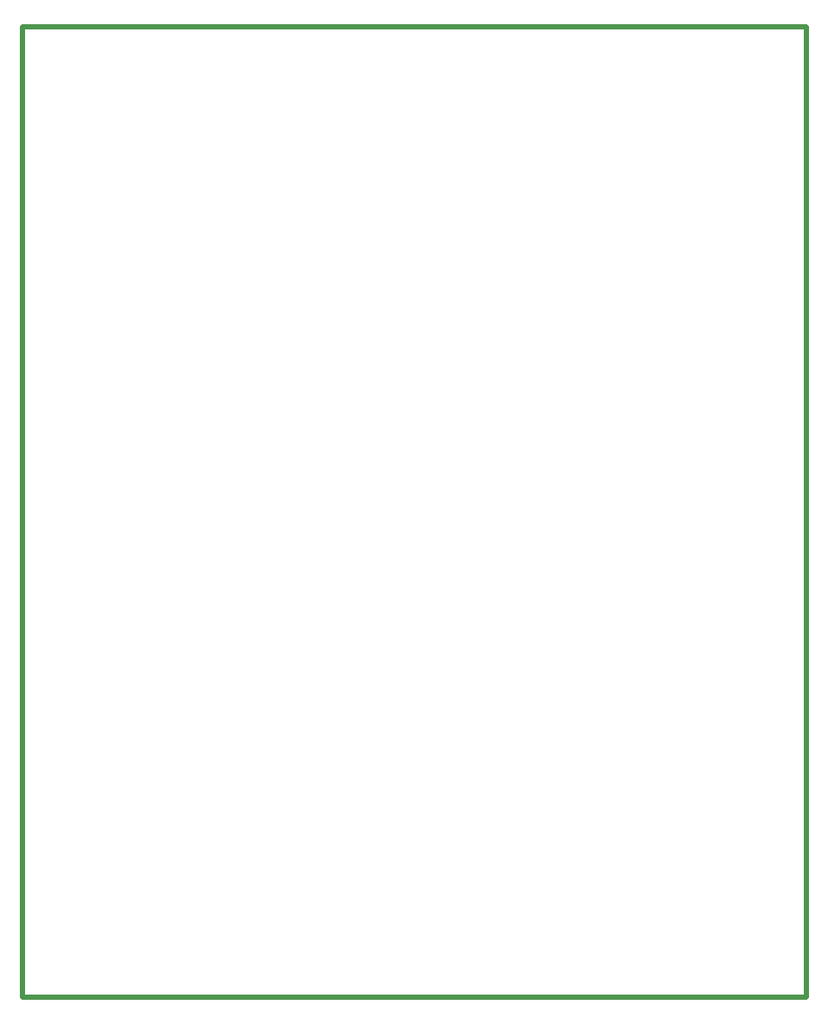
<source format=gbr>
%TF.GenerationSoftware,KiCad,Pcbnew,8.0.0*%
%TF.CreationDate,2025-04-05T00:05:52+03:00*%
%TF.ProjectId,esp_stepper,6573705f-7374-4657-9070-65722e6b6963,rev?*%
%TF.SameCoordinates,Original*%
%TF.FileFunction,Profile,NP*%
%FSLAX46Y46*%
G04 Gerber Fmt 4.6, Leading zero omitted, Abs format (unit mm)*
G04 Created by KiCad (PCBNEW 8.0.0) date 2025-04-05 00:05:52*
%MOMM*%
%LPD*%
G01*
G04 APERTURE LIST*
%TA.AperFunction,Profile*%
%ADD10C,0.500000*%
%TD*%
G04 APERTURE END LIST*
D10*
X83922618Y-60000000D02*
X160722618Y-60000000D01*
X160722618Y-155000000D01*
X83922618Y-155000000D01*
X83922618Y-60000000D01*
M02*

</source>
